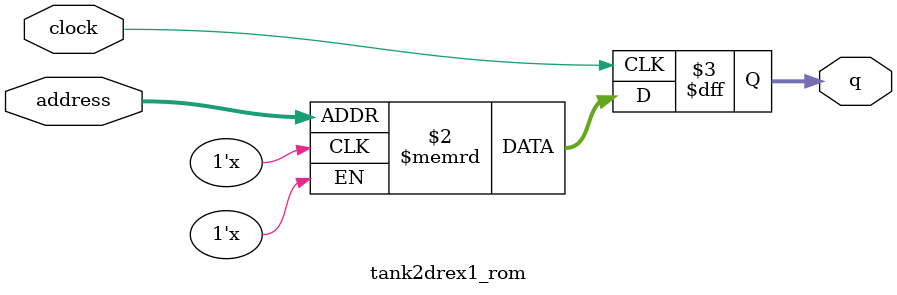
<source format=sv>
module tank2drex1_rom (
	input logic clock,
	input logic [9:0] address,
	output logic [3:0] q
);

logic [3:0] memory [0:1023] /* synthesis ram_init_file = "./tank2drex1/tank2drex1.mif" */;

always_ff @ (posedge clock) begin
	q <= memory[address];
end

endmodule

</source>
